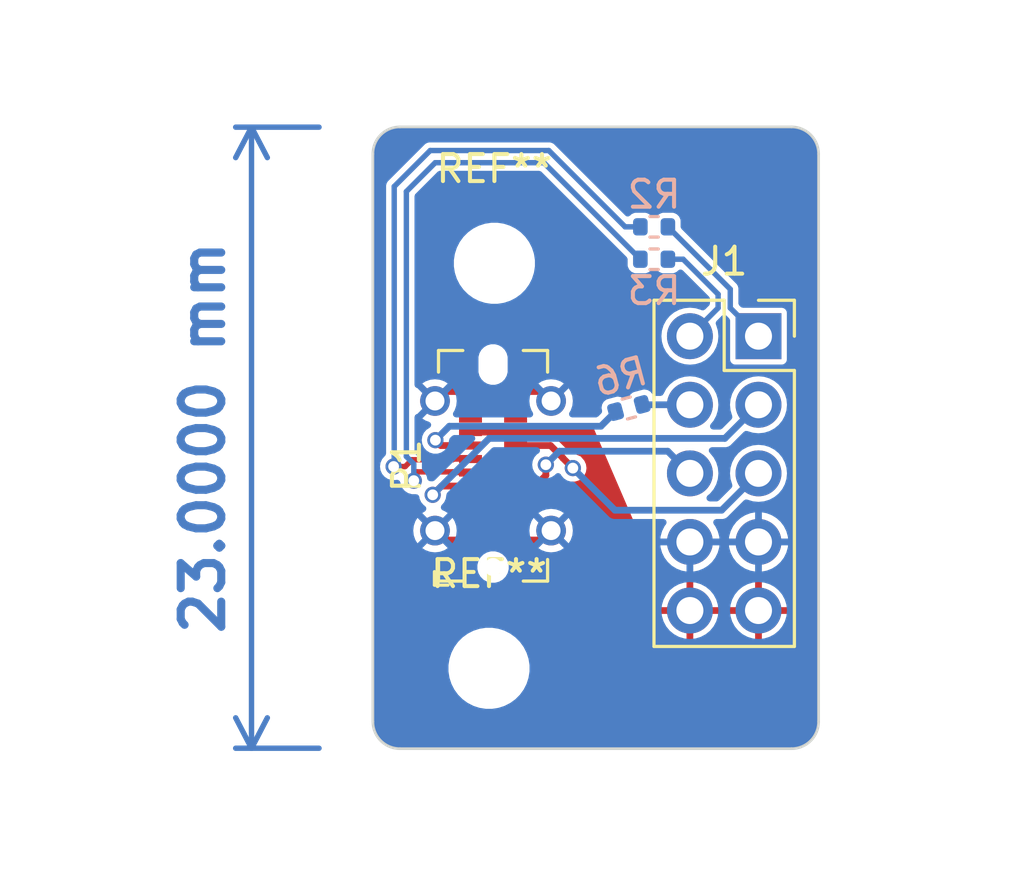
<source format=kicad_pcb>
(kicad_pcb (version 20240108) (generator "pcbnew") (generator_version "8.0")
  (layers (0 "F.Cu" signal) (31 "B.Cu" signal) (34 "B.Paste" user) (35 "F.Paste" user) (36 "B.SilkS" user "B.Silkscreen") (37 "F.SilkS" user "F.Silkscreen") (38 "B.Mask" user) (39 "F.Mask" user) (44 "Edge.Cuts" user))
  (net 0 "")
  (net 1 "GND")
  (net 2 "/SWIO")
  (net 3 "/D+")
  (net 4 "/D-")
  (net 7 "/TYPEC_VBUS")
  (net 8 "/R_D+")
  (net 9 "/R_D-")
  (net 10 "Net-(P1-SBU1)")
  (net 17 "/CC1")
  (net 18 "/CC2")
  (net 19 "/SBU2")
  (footprint "MountingHole:MountingHole_2.5mm" (layer "F.Cu") (at 135.1275 125)
    (property "Reference" "REF**" (at 0 -3.5 0) (layer "F.SilkS"))
    (property "Value" "MountingHole_2.5mm" (hide yes))
    (pad "" np_thru_hole circle (at 0 0) (size 2.5 2.5) (drill 2.5) (layers "*.Cu" "*.Mask"))
  )
  (footprint "Connector_PinSocket_2.54mm:PinSocket_2x05_P2.54mm_Vertical" (layer "F.Cu") (at 144.9075 127.7)
    (property "Reference" "J1" (at -1.27 -2.77 0) (layer "F.SilkS"))
    (property "Value" "Conn_02x05_Counter_Clockwise" (hide yes))
    (fp_line (start -3.87 -1.33) (end -3.87 11.49) (stroke (width 0.12)) (layer "F.SilkS"))
    (fp_line (start -3.87 -1.33) (end -1.27 -1.33) (stroke (width 0.12)) (layer "F.SilkS"))
    (fp_line (start -3.87 11.49) (end 1.33 11.49) (stroke (width 0.12)) (layer "F.SilkS"))
    (fp_line (start -1.27 -1.33) (end -1.27 1.27) (stroke (width 0.12)) (layer "F.SilkS"))
    (fp_line (start -1.27 1.27) (end 1.33 1.27) (stroke (width 0.12)) (layer "F.SilkS"))
    (fp_line (start 0 -1.33) (end 1.33 -1.33) (stroke (width 0.12)) (layer "F.SilkS"))
    (fp_line (start 1.33 -1.33) (end 1.33 0) (stroke (width 0.12)) (layer "F.SilkS"))
    (fp_line (start 1.33 1.27) (end 1.33 11.49) (stroke (width 0.12)) (layer "F.SilkS"))
    (pad "1" thru_hole rect (at 0 0) (size 1.7 1.7) (drill 1) (layers "*.Cu" "*.Mask") (net 4 "/D-"))
    (pad "2" thru_hole oval (at -2.54 0) (size 1.7 1.7) (drill 1) (layers "*.Cu" "*.Mask") (net 3 "/D+"))
    (pad "3" thru_hole oval (at 0 2.54) (size 1.7 1.7) (drill 1) (layers "*.Cu" "*.Mask") (net 17 "/CC1"))
    (pad "4" thru_hole oval (at -2.54 2.54) (size 1.7 1.7) (drill 1) (layers "*.Cu" "*.Mask") (net 2 "/SWIO"))
    (pad "5" thru_hole oval (at 0 5.08) (size 1.7 1.7) (drill 1) (layers "*.Cu" "*.Mask") (net 18 "/CC2"))
    (pad "6" thru_hole oval (at -2.54 5.08) (size 1.7 1.7) (drill 1) (layers "*.Cu" "*.Mask") (net 19 "/SBU2"))
    (pad "7" thru_hole oval (at 0 7.62) (size 1.7 1.7) (drill 1) (layers "*.Cu" "*.Mask") (net 1 "GND"))
    (pad "8" thru_hole oval (at -2.54 7.62) (size 1.7 1.7) (drill 1) (layers "*.Cu" "*.Mask") (net 1 "GND"))
    (pad "9" thru_hole oval (at 0 10.16) (size 1.7 1.7) (drill 1) (layers "*.Cu" "*.Mask") (net 7 "/TYPEC_VBUS"))
    (pad "10" thru_hole oval (at -2.54 10.16) (size 1.7 1.7) (drill 1) (layers "*.Cu" "*.Mask") (net 7 "/TYPEC_VBUS"))
  )
  (footprint "Connector_USB:USB_C_Receptacle_GCT_USB4115-03-C" (layer "F.Cu") (at 135.0775 132.5 90)
    (property "Reference" "P1" (at 0 -3.2 90) (layer "F.SilkS"))
    (property "Value" "USB_C_Plug" (hide yes))
    (fp_line (start -4.42 -2.17) (end -3.92 -2.17) (stroke (width 0.12)) (layer "F.SilkS"))
    (fp_line (start -4.42 -2.17) (end -4.42 -1.67) (stroke (width 0.12)) (layer "F.SilkS"))
    (fp_line (start 4.27 -2.02) (end 3.47 -2.02) (stroke (width 0.12)) (layer "F.SilkS"))
    (fp_line (start 4.27 -2.02) (end 4.27 -1.12) (stroke (width 0.12)) (layer "F.SilkS"))
    (fp_line (start -4.27 -2.02) (end -3.47 -2.02) (stroke (width 0.12)) (layer "F.SilkS"))
    (fp_line (start -4.27 -2.02) (end -4.27 -1.12) (stroke (width 0.12)) (layer "F.SilkS"))
    (fp_line (start 4.27 2.02) (end 4.27 1.12) (stroke (width 0.12)) (layer "F.SilkS"))
    (fp_line (start 4.27 2.02) (end 3.47 2.02) (stroke (width 0.12)) (layer "F.SilkS"))
    (fp_line (start -4.27 2.02) (end -4.27 1.12) (stroke (width 0.12)) (layer "F.SilkS"))
    (fp_line (start -4.27 2.02) (end -3.47 2.02) (stroke (width 0.12)) (layer "F.SilkS"))
    (pad "" np_thru_hole circle (at -3.75 0 90) (size 0.66 0.66) (drill 0.66) (layers "F&B.Cu" "*.Mask"))
    (pad "" np_thru_hole oval (at 3.75 0 90) (size 1 0.58) (drill oval 1 0.58) (layers "F&B.Cu" "*.Mask"))
    (pad "A1" smd rect (at -2.75 -0.835 90) (size 0.3 0.85) (layers "F.Cu" "F.Paste" "F.Mask") (net 1 "GND"))
    (pad "A2" smd rect (at -2.25 -0.835 90) (size 0.3 0.85) (layers "F.Cu" "F.Paste" "F.Mask"))
    (pad "A3" smd rect (at -1.75 -0.835 90) (size 0.3 0.85) (layers "F.Cu" "F.Paste" "F.Mask"))
    (pad "A4" smd rect (at -1.25 -0.835 90) (size 0.3 0.85) (layers "F.Cu" "F.Paste" "F.Mask") (net 7 "/TYPEC_VBUS"))
    (pad "A5" smd rect (at -0.75 -0.835 90) (size 0.3 0.85) (layers "F.Cu" "F.Paste" "F.Mask") (net 17 "/CC1"))
    (pad "A6" smd rect (at -0.25 -0.835 90) (size 0.3 0.85) (layers "F.Cu" "F.Paste" "F.Mask") (net 8 "/R_D+"))
    (pad "A7" smd rect (at 0.25 -0.835 90) (size 0.3 0.85) (layers "F.Cu" "F.Paste" "F.Mask") (net 9 "/R_D-"))
    (pad "A8" smd rect (at 0.75 -0.835 90) (size 0.3 0.85) (layers "F.Cu" "F.Paste" "F.Mask") (net 10 "Net-(P1-SBU1)"))
    (pad "A9" smd rect (at 1.25 -0.835 90) (size 0.3 0.85) (layers "F.Cu" "F.Paste" "F.Mask") (net 7 "/TYPEC_VBUS"))
    (pad "A10" smd rect (at 1.75 -0.835 90) (size 0.3 0.85) (layers "F.Cu" "F.Paste" "F.Mask"))
    (pad "A11" smd rect (at 2.25 -0.835 90) (size 0.3 0.85) (layers "F.Cu" "F.Paste" "F.Mask"))
    (pad "A12" smd rect (at 2.75 -0.835 90) (size 0.3 0.85) (layers "F.Cu" "F.Paste" "F.Mask") (net 1 "GND"))
    (pad "B1" smd rect (at 2.75 0.835 90) (size 0.3 0.85) (layers "F.Cu" "F.Paste" "F.Mask") (net 1 "GND"))
    (pad "B2" smd rect (at 2.25 0.835 90) (size 0.3 0.85) (layers "F.Cu" "F.Paste" "F.Mask"))
    (pad "B3" smd rect (at 1.75 0.835 90) (size 0.3 0.85) (layers "F.Cu" "F.Paste" "F.Mask"))
    (pad "B4" smd rect (at 1.25 0.835 90) (size 0.3 0.85) (layers "F.Cu" "F.Paste" "F.Mask") (net 7 "/TYPEC_VBUS"))
    (pad "B5" smd rect (at 0.75 0.835 90) (size 0.3 0.85) (layers "F.Cu" "F.Paste" "F.Mask") (net 18 "/CC2"))
    (pad "B6" smd rect (at 0.25 0.835 90) (size 0.3 0.85) (layers "F.Cu" "F.Paste" "F.Mask"))
    (pad "B7" smd rect (at -0.25 0.835 90) (size 0.3 0.85) (layers "F.Cu" "F.Paste" "F.Mask"))
    (pad "B8" smd rect (at -0.75 0.835 90) (size 0.3 0.85) (layers "F.Cu" "F.Paste" "F.Mask") (net 19 "/SBU2"))
    (pad "B9" smd rect (at -1.25 0.835 90) (size 0.3 0.85) (layers "F.Cu" "F.Paste" "F.Mask") (net 7 "/TYPEC_VBUS"))
    (pad "B10" smd rect (at -1.75 0.835 90) (size 0.3 0.85) (layers "F.Cu" "F.Paste" "F.Mask"))
    (pad "B11" smd rect (at -2.25 0.835 90) (size 0.3 0.85) (layers "F.Cu" "F.Paste" "F.Mask"))
    (pad "B12" smd rect (at -2.75 0.835 90) (size 0.3 0.85) (layers "F.Cu" "F.Paste" "F.Mask") (net 1 "GND"))
    (pad "S1" thru_hole circle (at -2.4 -2.15 90) (size 1.1 1.1) (drill 0.7) (layers "*.Cu" "*.Mask" "F.Paste") (net 1 "GND"))
    (pad "S1" thru_hole circle (at -2.4 2.15 90) (size 1.1 1.1) (drill 0.7) (layers "*.Cu" "*.Mask" "F.Paste") (net 1 "GND"))
    (pad "S1" thru_hole circle (at 2.4 -2.15 90) (size 1.1 1.1) (drill 0.7) (layers "*.Cu" "*.Mask" "F.Paste") (net 1 "GND"))
    (pad "S1" thru_hole circle (at 2.4 2.15 90) (size 1.1 1.1) (drill 0.7) (layers "*.Cu" "*.Mask" "F.Paste") (net 1 "GND"))
  )
  (footprint "MountingHole:MountingHole_2.5mm" (layer "F.Cu") (at 134.9275 140)
    (property "Reference" "REF**" (at 0 -3.5 0) (layer "F.SilkS"))
    (property "Value" "MountingHole_2.5mm" (hide yes))
    (pad "" np_thru_hole circle (at 0 0) (size 2.5 2.5) (drill 2.5) (layers "F&B.Cu" "*.Mask"))
  )
  (footprint "Resistor_SMD:R_0402_1005Metric" (layer "B.Cu") (at 140.1075 130.36 15)
    (property "Reference" "R6" (at 0 -1.199999 15) (layer "B.SilkS") (effects (justify mirror)))
    (property "Value" "22" (hide yes))
    (fp_line (start 0.153642 -0.380005) (end -0.153643 -0.379997) (stroke (width 0.12)) (layer "B.SilkS"))
    (fp_line (start 0.153643 0.379997) (end -0.153642 0.380005) (stroke (width 0.12)) (layer "B.SilkS"))
    (pad "1" smd roundrect (at -0.51 -0.000001 15) (size 0.54 0.64) (layers "B.Cu" "B.Paste" "B.Mask") (net 10 "Net-(P1-SBU1)"))
    (pad "2" smd roundrect (at 0.51 0.000001 15) (size 0.54 0.64) (layers "B.Cu" "B.Paste" "B.Mask") (net 2 "/SWIO"))
  )
  (footprint "Resistor_SMD:R_0402_1005Metric" (layer "B.Cu") (at 141.0425 124.85)
    (property "Reference" "R3" (at 0 1.17 0) (layer "B.SilkS") (effects (justify mirror)))
    (property "Value" "0" (hide yes))
    (fp_line (start -0.153641 -0.38) (end 0.153641 -0.38) (stroke (width 0.12)) (layer "B.SilkS"))
    (fp_line (start -0.153641 0.38) (end 0.153641 0.38) (stroke (width 0.12)) (layer "B.SilkS"))
    (pad "1" smd roundrect (at -0.51 0) (size 0.54 0.64) (layers "B.Cu" "B.Paste" "B.Mask") (net 8 "/R_D+"))
    (pad "2" smd roundrect (at 0.51 0) (size 0.54 0.64) (layers "B.Cu" "B.Paste" "B.Mask") (net 3 "/D+"))
  )
  (footprint "Resistor_SMD:R_0402_1005Metric" (layer "B.Cu") (at 141.042496 123.649999)
    (property "Reference" "R2" (at 0 -1.2 0) (layer "B.SilkS") (effects (justify mirror)))
    (property "Value" "0" (hide yes))
    (fp_line (start -0.153641 -0.38) (end 0.153641 -0.38) (stroke (width 0.12)) (layer "B.SilkS"))
    (fp_line (start -0.153641 0.38) (end 0.153641 0.38) (stroke (width 0.12)) (layer "B.SilkS"))
    (pad "1" smd roundrect (at -0.51 0) (size 0.54 0.64) (layers "B.Cu" "B.Paste" "B.Mask") (net 9 "/R_D-"))
    (pad "2" smd roundrect (at 0.51 0) (size 0.54 0.64) (layers "B.Cu" "B.Paste" "B.Mask") (net 4 "/D-"))
  )
  (gr_arc (start 147.1325 141.975) (mid 146.839607 142.682107) (end 146.1325 142.975) (stroke (width 0.1)) (layer "Edge.Cuts"))
  (gr_arc (start 131.6275 142.975) (mid 130.920393 142.682107) (end 130.6275 141.975) (stroke (width 0.1)) (layer "Edge.Cuts"))
  (gr_line (start 130.6275 141.975) (end 130.6275 120.95) (stroke (width 0.1)) (layer "Edge.Cuts"))
  (gr_line (start 146.1325 142.975) (end 131.6275 142.975) (stroke (width 0.1)) (layer "Edge.Cuts"))
  (gr_line (start 147.1325 120.95) (end 147.1325 141.975) (stroke (width 0.1)) (layer "Edge.Cuts"))
  (gr_line (start 131.6275 119.95) (end 146.1325 119.95) (stroke (width 0.1)) (layer "Edge.Cuts"))
  (gr_arc (start 146.1325 119.95) (mid 146.839607 120.242893) (end 147.1325 120.95) (stroke (width 0.1)) (layer "Edge.Cuts"))
  (gr_arc (start 130.6275 120.95) (mid 130.920393 120.242893) (end 131.6275 119.95) (stroke (width 0.1)) (layer "Edge.Cuts"))
  (dimension (type aligned) (layer "B.Cu") (pts (xy 129.1325 119.96) (xy 129.1325 142.96)) (height 3) (gr_text "23.0000 mm" (at 124.3325 131.46 90) (layer "B.Cu") (effects (font (size 1.5 1.5) (thickness 0.3)))) (format (prefix "") (suffix "") (units 3) (units_format 1) (precision 4)) (style (thickness 0.2) (arrow_length 1.27) (text_position_mode 0) (extension_height 0.58642) (extension_offset 0.5) keep_text_aligned))
  (segment (start 134.2425 129.75) (end 133.2775 129.75) (width 0.25) (layer "F.Cu") (net 1))
  (segment (start 134.2425 135.25) (end 133.2775 135.25) (width 0.25) (layer "F.Cu") (net 1))
  (segment (start 133.2775 129.75) (end 132.9275 130.1) (width 0.25) (layer "F.Cu") (net 1))
  (segment (start 135.9125 135.25) (end 136.8775 135.25) (width 0.25) (layer "F.Cu") (net 1))
  (segment (start 137.2275 130.1) (end 136.8775 129.75) (width 0.25) (layer "F.Cu") (net 1))
  (segment (start 136.8775 129.75) (end 135.9125 129.75) (width 0.25) (layer "F.Cu") (net 1))
  (segment (start 136.8775 135.25) (end 137.2275 134.9) (width 0.25) (layer "F.Cu") (net 1))
  (segment (start 133.2775 135.25) (end 132.9275 134.9) (width 0.25) (layer "F.Cu") (net 1))
  (segment (start 140.612119 130.24) (end 140.600122 130.228003) (width 0.25) (layer "B.Cu") (net 2))
  (segment (start 142.3675 130.24) (end 140.612119 130.24) (width 0.25) (layer "B.Cu") (net 2))
  (segment (start 142.3675 127.7) (end 143.412499 126.655001) (width 0.2) (layer "B.Cu") (net 3))
  (segment (start 143.412499 126.655001) (end 143.412499 126.146399) (width 0.2) (layer "B.Cu") (net 3))
  (segment (start 142.1161 124.85) (end 141.5525 124.85) (width 0.2) (layer "B.Cu") (net 3))
  (segment (start 143.412499 126.146399) (end 142.1161 124.85) (width 0.2) (layer "B.Cu") (net 3))
  (segment (start 144.9075 127.7) (end 143.862501 126.655001) (width 0.2) (layer "B.Cu") (net 4))
  (segment (start 143.862501 126.655001) (end 143.862501 125.960004) (width 0.2) (layer "B.Cu") (net 4))
  (segment (start 143.862501 125.960004) (end 141.552496 123.649999) (width 0.2) (layer "B.Cu") (net 4))
  (segment (start 134.2425 133.75) (end 135.9125 133.75) (width 0.25) (layer "F.Cu") (net 7))
  (segment (start 134.2425 131.25) (end 135.9125 131.25) (width 0.25) (layer "F.Cu") (net 7))
  (segment (start 132.1425 132.845484) (end 132.262984 132.725) (width 0.2) (layer "F.Cu") (net 8))
  (segment (start 132.262984 132.725) (end 133.579999 132.725) (width 0.2) (layer "F.Cu") (net 8))
  (segment (start 133.579999 132.725) (end 133.604999 132.75) (width 0.2) (layer "F.Cu") (net 8))
  (segment (start 132.1425 133.05) (end 132.1425 132.845484) (width 0.2) (layer "F.Cu") (net 8))
  (segment (start 133.604999 132.75) (end 134.2425 132.75) (width 0.2) (layer "F.Cu") (net 8))
  (via (at 132.1425 133.05) (size 0.6) (drill 0.4) (layers "F.Cu" "B.Cu") (net 8))
  (segment (start 140.5325 124.85) (end 136.9575 121.275) (width 0.2) (layer "B.Cu") (net 8))
  (segment (start 132.1425 132.431801) (end 132.1425 133.05) (width 0.2) (layer "B.Cu") (net 8))
  (segment (start 131.8675 122.3432) (end 131.8675 132.156801) (width 0.2) (layer "B.Cu") (net 8))
  (segment (start 132.9357 121.275) (end 131.8675 122.3432) (width 0.2) (layer "B.Cu") (net 8))
  (segment (start 131.8675 132.156801) (end 132.1425 132.431801) (width 0.2) (layer "B.Cu") (net 8))
  (segment (start 136.9575 121.275) (end 132.9357 121.275) (width 0.2) (layer "B.Cu") (net 8))
  (segment (start 132.076586 132.275) (end 133.579999 132.275) (width 0.2) (layer "F.Cu") (net 9))
  (segment (start 131.824301 132.527285) (end 132.076586 132.275) (width 0.2) (layer "F.Cu") (net 9))
  (segment (start 133.579999 132.275) (end 133.604999 132.25) (width 0.2) (layer "F.Cu") (net 9))
  (segment (start 133.604999 132.25) (end 134.2425 132.25) (width 0.2) (layer "F.Cu") (net 9))
  (segment (start 131.395544 132.527285) (end 131.824301 132.527285) (width 0.2) (layer "F.Cu") (net 9))
  (via (at 131.395544 132.527285) (size 0.6) (drill 0.4) (layers "F.Cu" "B.Cu") (net 9))
  (segment (start 131.395544 132.365155) (end 131.395544 132.527285) (width 0.2) (layer "B.Cu") (net 9))
  (segment (start 131.4175 132.343199) (end 131.395544 132.365155) (width 0.2) (layer "B.Cu") (net 9))
  (segment (start 140.532496 123.649999) (end 139.968896 123.649999) (width 0.2) (layer "B.Cu") (net 9))
  (segment (start 132.7493 120.825) (end 131.4175 122.1568) (width 0.2) (layer "B.Cu") (net 9))
  (segment (start 137.143897 120.825) (end 132.7493 120.825) (width 0.2) (layer "B.Cu") (net 9))
  (segment (start 139.968896 123.649999) (end 137.143897 120.825) (width 0.2) (layer "B.Cu") (net 9))
  (segment (start 131.4175 122.1568) (end 131.4175 132.343199) (width 0.2) (layer "B.Cu") (net 9))
  (segment (start 133.1425 131.75) (end 134.2425 131.75) (width 0.25) (layer "F.Cu") (net 10))
  (segment (start 132.9425 131.55) (end 133.1425 131.75) (width 0.25) (layer "F.Cu") (net 10))
  (via (at 132.9425 131.55) (size 0.6) (drill 0.4) (layers "F.Cu" "B.Cu") (net 10))
  (segment (start 139.614878 130.491997) (end 139.071875 131.035) (width 0.25) (layer "B.Cu") (net 10))
  (segment (start 133.4575 131.035) (end 132.9425 131.55) (width 0.25) (layer "B.Cu") (net 10))
  (segment (start 139.071875 131.035) (end 133.4575 131.035) (width 0.25) (layer "B.Cu") (net 10))
  (segment (start 133.1675 133.25) (end 134.2425 133.25) (width 0.25) (layer "F.Cu") (net 17))
  (segment (start 132.8425 133.575) (end 133.1675 133.25) (width 0.25) (layer "F.Cu") (net 17))
  (via (at 132.8425 133.575) (size 0.6) (drill 0.4) (layers "F.Cu" "B.Cu") (net 17))
  (segment (start 144.9075 130.24) (end 143.6625 131.485) (width 0.25) (layer "B.Cu") (net 17))
  (segment (start 143.6625 131.485) (end 134.9325 131.485) (width 0.25) (layer "B.Cu") (net 17))
  (segment (start 134.9325 131.485) (end 132.8425 133.575) (width 0.25) (layer "B.Cu") (net 17))
  (segment (start 137.6575 132.201116) (end 137.206384 131.75) (width 0.25) (layer "F.Cu") (net 18))
  (segment (start 137.206384 131.75) (end 135.9125 131.75) (width 0.25) (layer "F.Cu") (net 18))
  (segment (start 138.0325 132.585) (end 137.6575 132.21) (width 0.25) (layer "F.Cu") (net 18))
  (segment (start 137.6575 132.21) (end 137.6575 132.201116) (width 0.25) (layer "F.Cu") (net 18))
  (via (at 138.0325 132.585) (size 0.6) (drill 0.4) (layers "F.Cu" "B.Cu") (net 18))
  (segment (start 139.5925 134.145) (end 138.0325 132.585) (width 0.25) (layer "B.Cu") (net 18))
  (segment (start 144.9075 132.78) (end 143.5425 134.145) (width 0.25) (layer "B.Cu") (net 18))
  (segment (start 143.5425 134.145) (end 139.5925 134.145) (width 0.25) (layer "B.Cu") (net 18))
  (segment (start 136.6375 133.25) (end 135.9125 133.25) (width 0.25) (layer "F.Cu") (net 19))
  (segment (start 137.0325 132.855) (end 136.6375 133.25) (width 0.25) (layer "F.Cu") (net 19))
  (segment (start 137.0325 132.46) (end 137.0325 132.855) (width 0.25) (layer "F.Cu") (net 19))
  (via (at 137.0325 132.46) (size 0.6) (drill 0.4) (layers "F.Cu" "B.Cu") (net 19))
  (segment (start 142.3675 132.78) (end 141.5475 131.96) (width 0.25) (layer "B.Cu") (net 19))
  (segment (start 137.5325 131.96) (end 137.0325 132.46) (width 0.25) (layer "B.Cu") (net 19))
  (segment (start 141.5475 131.96) (end 137.5325 131.96) (width 0.25) (layer "B.Cu") (net 19))
  (zone (net 7) (net_name "/TYPEC_VBUS") (layer "F.Cu") (priority 1) (connect_pads (clearance 0.1)) (min_thickness 0.25) (fill yes (thermal_gap 0.25) (thermal_bridge_width 0.25))
    (polygon (pts (xy 141.0825 139.235) (xy 139.3575 139.235) (xy 138.3325 133.96) (xy 135.8325 133.91) (xy 135.8325 133.56) (xy 138.3325 133.01) (xy 138.3325 132.16) (xy 136.7325 131.46) (xy 135.7325 131.31) (xy 135.7325 131.21) (xy 136.7325 131.06) (xy 138.3075 131.06) (xy 138.7825 131.06) (xy 141.1075 136.46) (xy 146.2575 136.46) (xy 146.2575 139.26)))
  )
  (zone (net 1) (net_name "GND") (layer "B.Cu") (connect_pads (clearance 0.1)) (min_thickness 0.25) (fill yes (thermal_gap 0.25) (thermal_bridge_width 0.25))
    (polygon (pts (xy 125.7425 115.25) (xy 125.7425 147.75) (xy 154.7425 147.75) (xy 154.7425 115.25)))
  )
)
</source>
